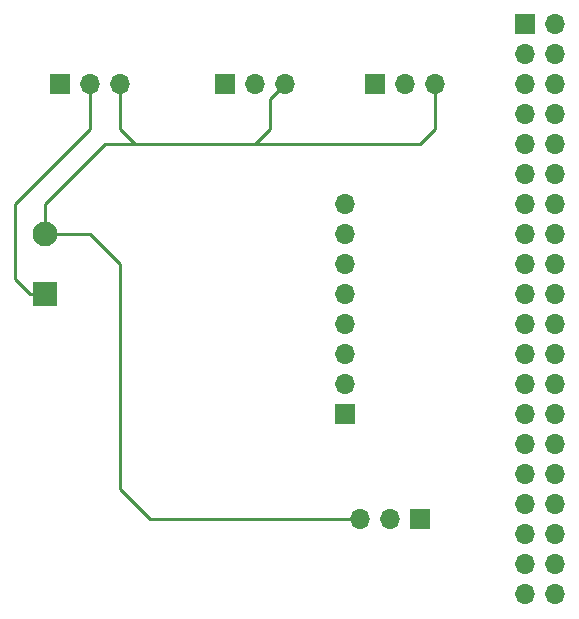
<source format=gbr>
G04 #@! TF.GenerationSoftware,KiCad,Pcbnew,(5.1.5)-3*
G04 #@! TF.CreationDate,2020-03-16T13:29:12+00:00*
G04 #@! TF.ProjectId,pcb schem,70636220-7363-4686-956d-2e6b69636164,rev?*
G04 #@! TF.SameCoordinates,Original*
G04 #@! TF.FileFunction,Copper,L2,Bot*
G04 #@! TF.FilePolarity,Positive*
%FSLAX46Y46*%
G04 Gerber Fmt 4.6, Leading zero omitted, Abs format (unit mm)*
G04 Created by KiCad (PCBNEW (5.1.5)-3) date 2020-03-16 13:29:13*
%MOMM*%
%LPD*%
G04 APERTURE LIST*
%ADD10O,1.700000X1.700000*%
%ADD11R,1.700000X1.700000*%
%ADD12C,2.100000*%
%ADD13R,2.100000X2.100000*%
%ADD14C,0.250000*%
G04 APERTURE END LIST*
D10*
X135890000Y-83820000D03*
X135890000Y-86360000D03*
X135890000Y-88900000D03*
X135890000Y-91440000D03*
X135890000Y-93980000D03*
X135890000Y-96520000D03*
X135890000Y-99060000D03*
D11*
X135890000Y-101600000D03*
D12*
X110490000Y-86360000D03*
D13*
X110490000Y-91440000D03*
D10*
X116840000Y-73660000D03*
X114300000Y-73660000D03*
D11*
X111760000Y-73660000D03*
D10*
X143510000Y-73660000D03*
X140970000Y-73660000D03*
D11*
X138430000Y-73660000D03*
D10*
X130810000Y-73660000D03*
X128270000Y-73660000D03*
D11*
X125730000Y-73660000D03*
D10*
X153670000Y-116840000D03*
X151130000Y-116840000D03*
X153670000Y-114300000D03*
X151130000Y-114300000D03*
X153670000Y-111760000D03*
X151130000Y-111760000D03*
X153670000Y-109220000D03*
X151130000Y-109220000D03*
X153670000Y-106680000D03*
X151130000Y-106680000D03*
X153670000Y-104140000D03*
X151130000Y-104140000D03*
X153670000Y-101600000D03*
X151130000Y-101600000D03*
X153670000Y-99060000D03*
X151130000Y-99060000D03*
X153670000Y-96520000D03*
X151130000Y-96520000D03*
X153670000Y-93980000D03*
X151130000Y-93980000D03*
X153670000Y-91440000D03*
X151130000Y-91440000D03*
X153670000Y-88900000D03*
X151130000Y-88900000D03*
X153670000Y-86360000D03*
X151130000Y-86360000D03*
X153670000Y-83820000D03*
X151130000Y-83820000D03*
X153670000Y-81280000D03*
X151130000Y-81280000D03*
X153670000Y-78740000D03*
X151130000Y-78740000D03*
X153670000Y-76200000D03*
X151130000Y-76200000D03*
X153670000Y-73660000D03*
X151130000Y-73660000D03*
X153670000Y-71120000D03*
X151130000Y-71120000D03*
X153670000Y-68580000D03*
D11*
X151130000Y-68580000D03*
D10*
X137160000Y-110490000D03*
X139700000Y-110490000D03*
D11*
X142240000Y-110490000D03*
D14*
X116840000Y-77470000D02*
X116840000Y-73660000D01*
X118110000Y-78740000D02*
X116840000Y-77470000D01*
X142240000Y-78740000D02*
X118110000Y-78740000D01*
X143510000Y-73660000D02*
X143510000Y-77470000D01*
X143510000Y-77470000D02*
X142240000Y-78740000D01*
X130810000Y-73660000D02*
X129540000Y-74930000D01*
X129540000Y-74930000D02*
X129540000Y-77470000D01*
X129540000Y-77470000D02*
X128270000Y-78740000D01*
X118110000Y-78740000D02*
X115570000Y-78740000D01*
X115570000Y-78740000D02*
X110490000Y-83820000D01*
X110490000Y-83820000D02*
X110490000Y-86360000D01*
X116840000Y-107950000D02*
X119380000Y-110490000D01*
X116840000Y-88900000D02*
X116840000Y-107950000D01*
X110490000Y-86360000D02*
X114300000Y-86360000D01*
X119380000Y-110490000D02*
X137160000Y-110490000D01*
X114300000Y-86360000D02*
X116840000Y-88900000D01*
X114300000Y-73660000D02*
X114300000Y-77470000D01*
X114300000Y-77470000D02*
X107950000Y-83820000D01*
X107950000Y-83820000D02*
X107950000Y-90170000D01*
X107950000Y-90170000D02*
X109220000Y-91440000D01*
X109220000Y-91440000D02*
X110490000Y-91440000D01*
M02*

</source>
